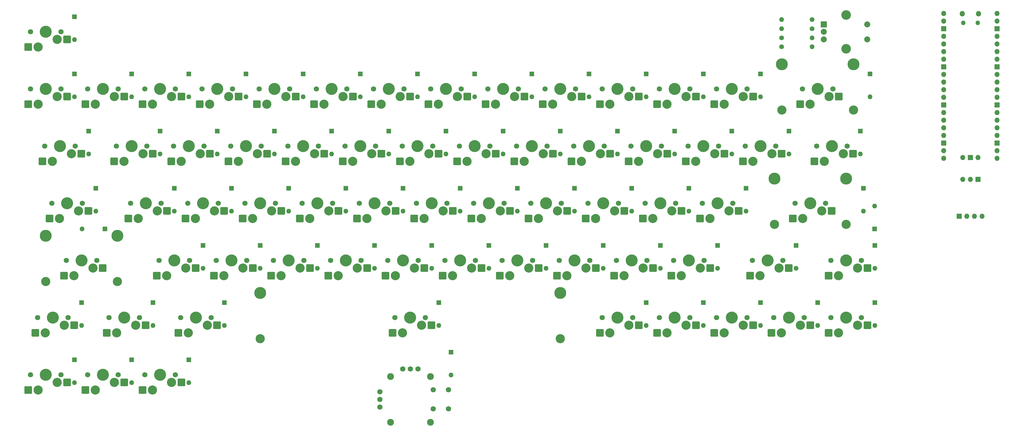
<source format=gbr>
%TF.GenerationSoftware,KiCad,Pcbnew,(6.0.5)*%
%TF.CreationDate,2022-05-29T22:26:07-04:00*%
%TF.ProjectId,pico_keyboard_v1,7069636f-5f6b-4657-9962-6f6172645f76,rev?*%
%TF.SameCoordinates,Original*%
%TF.FileFunction,Soldermask,Bot*%
%TF.FilePolarity,Negative*%
%FSLAX46Y46*%
G04 Gerber Fmt 4.6, Leading zero omitted, Abs format (unit mm)*
G04 Created by KiCad (PCBNEW (6.0.5)) date 2022-05-29 22:26:07*
%MOMM*%
%LPD*%
G01*
G04 APERTURE LIST*
G04 Aperture macros list*
%AMRoundRect*
0 Rectangle with rounded corners*
0 $1 Rounding radius*
0 $2 $3 $4 $5 $6 $7 $8 $9 X,Y pos of 4 corners*
0 Add a 4 corners polygon primitive as box body*
4,1,4,$2,$3,$4,$5,$6,$7,$8,$9,$2,$3,0*
0 Add four circle primitives for the rounded corners*
1,1,$1+$1,$2,$3*
1,1,$1+$1,$4,$5*
1,1,$1+$1,$6,$7*
1,1,$1+$1,$8,$9*
0 Add four rect primitives between the rounded corners*
20,1,$1+$1,$2,$3,$4,$5,0*
20,1,$1+$1,$4,$5,$6,$7,0*
20,1,$1+$1,$6,$7,$8,$9,0*
20,1,$1+$1,$8,$9,$2,$3,0*%
G04 Aperture macros list end*
%ADD10O,1.600000X1.600000*%
%ADD11C,1.600000*%
%ADD12C,1.750000*%
%ADD13C,3.050000*%
%ADD14C,4.000000*%
%ADD15RoundRect,0.250000X1.025000X1.000000X-1.025000X1.000000X-1.025000X-1.000000X1.025000X-1.000000X0*%
%ADD16C,3.048000*%
%ADD17C,3.987800*%
%ADD18O,1.500000X1.500000*%
%ADD19O,1.800000X1.800000*%
%ADD20O,1.700000X1.700000*%
%ADD21R,1.700000X1.700000*%
%ADD22R,2.000000X2.000000*%
%ADD23C,2.000000*%
%ADD24C,3.200000*%
%ADD25C,1.778000*%
%ADD26C,2.286000*%
%ADD27R,1.600000X1.600000*%
G04 APERTURE END LIST*
D10*
%TO.C,R1*%
X303770000Y-94980000D03*
D11*
X293610000Y-94980000D03*
%TD*%
%TO.C,R2*%
X293610000Y-91970000D03*
D10*
X303770000Y-91970000D03*
%TD*%
D11*
%TO.C,R4*%
X303770000Y-88960000D03*
D10*
X293610000Y-88960000D03*
%TD*%
D11*
%TO.C,R3*%
X303770000Y-85920000D03*
D10*
X293610000Y-85920000D03*
%TD*%
D12*
%TO.C,SW68*%
X43295000Y-89990000D03*
D13*
X52185000Y-92530000D03*
D12*
X53455000Y-89990000D03*
D13*
X45835000Y-95070000D03*
D14*
X48375000Y-89990000D03*
D15*
X55460000Y-92530000D03*
X42533000Y-95070000D03*
%TD*%
D12*
%TO.C,SW41*%
X195695000Y-109040000D03*
D13*
X204585000Y-111580000D03*
D14*
X200775000Y-109040000D03*
D12*
X205855000Y-109040000D03*
D13*
X198235000Y-114120000D03*
D15*
X207860000Y-111580000D03*
X194933000Y-114120000D03*
%TD*%
D13*
%TO.C,SW57*%
X271260000Y-130630000D03*
D12*
X262370000Y-128090000D03*
D13*
X264910000Y-133170000D03*
D12*
X272530000Y-128090000D03*
D14*
X267450000Y-128090000D03*
D15*
X274535000Y-130630000D03*
X261608000Y-133170000D03*
%TD*%
D13*
%TO.C,SW24*%
X142672499Y-149680000D03*
D12*
X143942499Y-147140000D03*
D14*
X138862499Y-147140000D03*
D13*
X136322499Y-152220000D03*
D12*
X133782499Y-147140000D03*
D15*
X145947499Y-149680000D03*
X133020499Y-152220000D03*
%TD*%
D14*
%TO.C,SW48*%
X234112500Y-147140000D03*
D13*
X237922500Y-149680000D03*
D12*
X229032500Y-147140000D03*
X239192500Y-147140000D03*
D13*
X231572500Y-152220000D03*
D15*
X241197500Y-149680000D03*
X228270500Y-152220000D03*
%TD*%
D12*
%TO.C,SW59*%
X283801250Y-166190000D03*
D14*
X288881250Y-166190000D03*
D13*
X286341250Y-171270000D03*
D12*
X293961250Y-166190000D03*
D13*
X292691250Y-168730000D03*
D15*
X295966250Y-168730000D03*
X283039250Y-171270000D03*
%TD*%
D12*
%TO.C,SW60*%
X271895000Y-185240000D03*
D14*
X276975000Y-185240000D03*
D13*
X280785000Y-187780000D03*
D12*
X282055000Y-185240000D03*
D13*
X274435000Y-190320000D03*
D15*
X284060000Y-187780000D03*
X271133000Y-190320000D03*
%TD*%
D16*
%TO.C,REF\u002A\u002A*%
X293612000Y-116025000D03*
X317488000Y-116025000D03*
D17*
X317488000Y-100815000D03*
X293612000Y-100815000D03*
%TD*%
D14*
%TO.C,SW53*%
X253162500Y-147140000D03*
D12*
X248082500Y-147140000D03*
D13*
X250622500Y-152220000D03*
X256972500Y-149680000D03*
D12*
X258242500Y-147140000D03*
D15*
X260247500Y-149680000D03*
X247320500Y-152220000D03*
%TD*%
D14*
%TO.C,SW31*%
X169818750Y-185240000D03*
D13*
X167278750Y-190320000D03*
D12*
X164738750Y-185240000D03*
D13*
X173628750Y-187780000D03*
D12*
X174898750Y-185240000D03*
D15*
X176903750Y-187780000D03*
X163976750Y-190320000D03*
%TD*%
D13*
%TO.C,SW7*%
X71235000Y-111580000D03*
D12*
X62345000Y-109040000D03*
X72505000Y-109040000D03*
D14*
X67425000Y-109040000D03*
D13*
X64885000Y-114120000D03*
D15*
X74510000Y-111580000D03*
X61583000Y-114120000D03*
%TD*%
D12*
%TO.C,SW15*%
X105207500Y-166190000D03*
X115367500Y-166190000D03*
D14*
X110287500Y-166190000D03*
D13*
X114097500Y-168730000D03*
X107747500Y-171270000D03*
D15*
X117372500Y-168730000D03*
X104445500Y-171270000D03*
%TD*%
D18*
%TO.C,U2*%
X358915000Y-87035000D03*
D19*
X359215000Y-84005000D03*
D18*
X354065000Y-87035000D03*
D19*
X353765000Y-84005000D03*
D20*
X347600000Y-83875000D03*
X347600000Y-86415000D03*
D21*
X347600000Y-88955000D03*
D20*
X347600000Y-91495000D03*
X347600000Y-94035000D03*
X347600000Y-96575000D03*
X347600000Y-99115000D03*
D21*
X347600000Y-101655000D03*
D20*
X347600000Y-104195000D03*
X347600000Y-106735000D03*
X347600000Y-109275000D03*
X347600000Y-111815000D03*
D21*
X347600000Y-114355000D03*
D20*
X347600000Y-116895000D03*
X347600000Y-119435000D03*
X347600000Y-121975000D03*
X347600000Y-124515000D03*
D21*
X347600000Y-127055000D03*
D20*
X347600000Y-129595000D03*
X347600000Y-132135000D03*
X365380000Y-132135000D03*
X365380000Y-129595000D03*
D21*
X365380000Y-127055000D03*
D20*
X365380000Y-124515000D03*
X365380000Y-121975000D03*
X365380000Y-119435000D03*
X365380000Y-116895000D03*
D21*
X365380000Y-114355000D03*
D20*
X365380000Y-111815000D03*
X365380000Y-109275000D03*
X365380000Y-106735000D03*
X365380000Y-104195000D03*
D21*
X365380000Y-101655000D03*
D20*
X365380000Y-99115000D03*
X365380000Y-96575000D03*
X365380000Y-94035000D03*
X365380000Y-91495000D03*
D21*
X365380000Y-88955000D03*
D20*
X365380000Y-86415000D03*
X365380000Y-83875000D03*
X353950000Y-131905000D03*
D21*
X356490000Y-131905000D03*
D20*
X359030000Y-131905000D03*
%TD*%
D12*
%TO.C,SW54*%
X267767500Y-166190000D03*
D13*
X260147500Y-171270000D03*
D14*
X262687500Y-166190000D03*
D13*
X266497500Y-168730000D03*
D12*
X257607500Y-166190000D03*
D15*
X269772500Y-168730000D03*
X256845500Y-171270000D03*
%TD*%
D14*
%TO.C,SW50*%
X257925000Y-185240000D03*
D12*
X252845000Y-185240000D03*
D13*
X255385000Y-190320000D03*
D12*
X263005000Y-185240000D03*
D13*
X261735000Y-187780000D03*
D15*
X265010000Y-187780000D03*
X252083000Y-190320000D03*
%TD*%
D13*
%TO.C,SW32*%
X166484999Y-111580000D03*
D14*
X162674999Y-109040000D03*
D12*
X157594999Y-109040000D03*
D13*
X160134999Y-114120000D03*
D12*
X167754999Y-109040000D03*
D15*
X169759999Y-111580000D03*
X156832999Y-114120000D03*
%TD*%
D12*
%TO.C,SW46*%
X214745000Y-109040000D03*
D13*
X217285000Y-114120000D03*
D12*
X224905000Y-109040000D03*
D13*
X223635000Y-111580000D03*
D14*
X219825000Y-109040000D03*
D15*
X226910000Y-111580000D03*
X213983000Y-114120000D03*
%TD*%
D13*
%TO.C,SW69*%
X318885000Y-187780000D03*
D14*
X315075000Y-185240000D03*
D12*
X309995000Y-185240000D03*
D13*
X312535000Y-190320000D03*
D12*
X320155000Y-185240000D03*
D15*
X322160000Y-187780000D03*
X309233000Y-190320000D03*
%TD*%
D16*
%TO.C,REF\u002A\u002A*%
X315106750Y-154125000D03*
X291230750Y-154125000D03*
D17*
X291230750Y-138915000D03*
X315106750Y-138915000D03*
%TD*%
D13*
%TO.C,SW2*%
X45835000Y-114120000D03*
D12*
X43295000Y-109040000D03*
X53455000Y-109040000D03*
D13*
X52185000Y-111580000D03*
D14*
X48375000Y-109040000D03*
D15*
X55460000Y-111580000D03*
X42533000Y-114120000D03*
%TD*%
D14*
%TO.C,SW29*%
X157912499Y-147140000D03*
D12*
X152832499Y-147140000D03*
X162992499Y-147140000D03*
D13*
X155372499Y-152220000D03*
X161722499Y-149680000D03*
D15*
X164997499Y-149680000D03*
X152070499Y-152220000D03*
%TD*%
D13*
%TO.C,SW16*%
X95841250Y-190320000D03*
D12*
X103461250Y-185240000D03*
X93301250Y-185240000D03*
D14*
X98381250Y-185240000D03*
D13*
X102191250Y-187780000D03*
D15*
X105466250Y-187780000D03*
X92539250Y-190320000D03*
%TD*%
D13*
%TO.C,SW63*%
X306978750Y-149680000D03*
X300628750Y-152220000D03*
D14*
X303168750Y-147140000D03*
D12*
X308248750Y-147140000D03*
X298088750Y-147140000D03*
D15*
X310253750Y-149680000D03*
X297326750Y-152220000D03*
%TD*%
D16*
%TO.C,REF\u002A\u002A*%
X119818750Y-192225000D03*
D17*
X119818750Y-177015000D03*
X219818750Y-177015000D03*
D16*
X219818750Y-192225000D03*
%TD*%
D14*
%TO.C,SW12*%
X86475000Y-109040000D03*
D12*
X81395000Y-109040000D03*
D13*
X83935000Y-114120000D03*
X90285000Y-111580000D03*
D12*
X91555000Y-109040000D03*
D15*
X93560000Y-111580000D03*
X80633000Y-114120000D03*
%TD*%
D22*
%TO.C,SW1*%
X307595000Y-87509999D03*
D23*
X307595000Y-92509999D03*
X307595000Y-90009999D03*
D24*
X315095000Y-84409999D03*
X315095000Y-95609999D03*
D23*
X322095000Y-92509999D03*
X322095000Y-87509999D03*
%TD*%
D13*
%TO.C,SW64*%
X318885000Y-168730000D03*
D12*
X320155000Y-166190000D03*
X309995000Y-166190000D03*
D13*
X312535000Y-171270000D03*
D14*
X315075000Y-166190000D03*
D15*
X322160000Y-168730000D03*
X309233000Y-171270000D03*
%TD*%
D14*
%TO.C,SW36*%
X86475000Y-204290000D03*
D12*
X81395000Y-204290000D03*
D13*
X90285000Y-206830000D03*
X83935000Y-209370000D03*
D12*
X91555000Y-204290000D03*
D15*
X93560000Y-206830000D03*
X80633000Y-209370000D03*
%TD*%
D12*
%TO.C,SW13*%
X101080000Y-128090000D03*
D13*
X99810000Y-130630000D03*
D14*
X96000000Y-128090000D03*
D12*
X90920000Y-128090000D03*
D13*
X93460000Y-133170000D03*
D15*
X103085000Y-130630000D03*
X90158000Y-133170000D03*
%TD*%
D14*
%TO.C,SW10*%
X91237500Y-166190000D03*
D12*
X86157500Y-166190000D03*
D13*
X88697500Y-171270000D03*
D12*
X96317500Y-166190000D03*
D13*
X95047500Y-168730000D03*
D15*
X98322500Y-168730000D03*
X85395500Y-171270000D03*
%TD*%
D12*
%TO.C,SW66*%
X300470000Y-109040000D03*
D13*
X303010000Y-114120000D03*
D12*
X310630000Y-109040000D03*
D13*
X309360000Y-111580000D03*
D14*
X305550000Y-109040000D03*
D15*
X312635000Y-111580000D03*
X299708000Y-114120000D03*
%TD*%
D12*
%TO.C,SW42*%
X215380000Y-128090000D03*
D13*
X214110000Y-130630000D03*
D12*
X205220000Y-128090000D03*
D14*
X210300000Y-128090000D03*
D13*
X207760000Y-133170000D03*
D15*
X217385000Y-130630000D03*
X204458000Y-133170000D03*
%TD*%
D13*
%TO.C,SW65*%
X293485000Y-190320000D03*
X299835000Y-187780000D03*
D12*
X301105000Y-185240000D03*
D14*
X296025000Y-185240000D03*
D12*
X290945000Y-185240000D03*
D15*
X303110000Y-187780000D03*
X290183000Y-190320000D03*
%TD*%
D13*
%TO.C,SW61*%
X274435000Y-114120000D03*
D12*
X282055000Y-109040000D03*
X271895000Y-109040000D03*
D13*
X280785000Y-111580000D03*
D14*
X276975000Y-109040000D03*
D15*
X284060000Y-111580000D03*
X271133000Y-114120000D03*
%TD*%
D12*
%TO.C,SW3*%
X48057500Y-128090000D03*
D13*
X50597500Y-133170000D03*
X56947500Y-130630000D03*
D12*
X58217500Y-128090000D03*
D14*
X53137500Y-128090000D03*
D15*
X60222500Y-130630000D03*
X47295500Y-133170000D03*
%TD*%
D13*
%TO.C,SW26*%
X71235000Y-206830000D03*
X64885000Y-209370000D03*
D12*
X72505000Y-204290000D03*
X62345000Y-204290000D03*
D14*
X67425000Y-204290000D03*
D15*
X74510000Y-206830000D03*
X61583000Y-209370000D03*
%TD*%
D13*
%TO.C,SW30*%
X171247500Y-168730000D03*
D14*
X167437500Y-166190000D03*
D13*
X164897500Y-171270000D03*
D12*
X172517500Y-166190000D03*
X162357500Y-166190000D03*
D15*
X174522500Y-168730000D03*
X161595500Y-171270000D03*
%TD*%
D12*
%TO.C,SW9*%
X76632500Y-147140000D03*
D13*
X85522500Y-149680000D03*
D14*
X81712500Y-147140000D03*
D13*
X79172500Y-152220000D03*
D12*
X86792500Y-147140000D03*
D15*
X88797500Y-149680000D03*
X75870500Y-152220000D03*
%TD*%
D12*
%TO.C,SW56*%
X263005000Y-109040000D03*
X252845000Y-109040000D03*
D14*
X257925000Y-109040000D03*
D13*
X261735000Y-111580000D03*
X255385000Y-114120000D03*
D15*
X265010000Y-111580000D03*
X252083000Y-114120000D03*
%TD*%
D14*
%TO.C,SW28*%
X153150000Y-128090000D03*
D12*
X148070000Y-128090000D03*
X158230000Y-128090000D03*
D13*
X156960000Y-130630000D03*
X150610000Y-133170000D03*
D15*
X160235000Y-130630000D03*
X147308000Y-133170000D03*
%TD*%
D13*
%TO.C,SW19*%
X117272499Y-152220000D03*
D14*
X119812499Y-147140000D03*
D12*
X114732499Y-147140000D03*
D13*
X123622499Y-149680000D03*
D12*
X124892499Y-147140000D03*
D15*
X126897499Y-149680000D03*
X113970499Y-152220000D03*
%TD*%
D12*
%TO.C,SW44*%
X229667500Y-166190000D03*
D13*
X228397500Y-168730000D03*
D12*
X219507500Y-166190000D03*
D13*
X222047500Y-171270000D03*
D14*
X224587500Y-166190000D03*
D15*
X231672500Y-168730000D03*
X218745500Y-171270000D03*
%TD*%
D12*
%TO.C,SW35*%
X191567500Y-166190000D03*
D13*
X183947500Y-171270000D03*
X190297500Y-168730000D03*
D12*
X181407500Y-166190000D03*
D14*
X186487500Y-166190000D03*
D15*
X193572500Y-168730000D03*
X180645500Y-171270000D03*
%TD*%
D12*
%TO.C,SW43*%
X220142500Y-147140000D03*
D13*
X218872500Y-149680000D03*
X212522500Y-152220000D03*
D14*
X215062500Y-147140000D03*
D12*
X209982500Y-147140000D03*
D15*
X222147500Y-149680000D03*
X209220500Y-152220000D03*
%TD*%
D12*
%TO.C,SW8*%
X82030000Y-128090000D03*
D13*
X74410000Y-133170000D03*
X80760000Y-130630000D03*
D14*
X76950000Y-128090000D03*
D12*
X71870000Y-128090000D03*
D15*
X84035000Y-130630000D03*
X71108000Y-133170000D03*
%TD*%
D13*
%TO.C,SW18*%
X112510000Y-133170000D03*
X118860000Y-130630000D03*
D12*
X120130000Y-128090000D03*
X109970000Y-128090000D03*
D14*
X115050000Y-128090000D03*
D15*
X122135000Y-130630000D03*
X109208000Y-133170000D03*
%TD*%
D13*
%TO.C,SW34*%
X174422499Y-152220000D03*
D12*
X171882499Y-147140000D03*
X182042499Y-147140000D03*
D14*
X176962499Y-147140000D03*
D13*
X180772499Y-149680000D03*
D15*
X184047499Y-149680000D03*
X171120499Y-152220000D03*
%TD*%
D14*
%TO.C,SW40*%
X205537500Y-166190000D03*
D12*
X210617500Y-166190000D03*
D13*
X209347500Y-168730000D03*
D12*
X200457500Y-166190000D03*
D13*
X202997500Y-171270000D03*
D15*
X212622500Y-168730000D03*
X199695500Y-171270000D03*
%TD*%
D14*
%TO.C,SW4*%
X55518750Y-147140000D03*
D12*
X50438750Y-147140000D03*
D13*
X52978750Y-152220000D03*
X59328750Y-149680000D03*
D12*
X60598750Y-147140000D03*
D15*
X62603750Y-149680000D03*
X49676750Y-152220000D03*
%TD*%
D13*
%TO.C,SW49*%
X241097500Y-171270000D03*
D12*
X238557500Y-166190000D03*
D14*
X243637500Y-166190000D03*
D12*
X248717500Y-166190000D03*
D13*
X247447500Y-168730000D03*
D15*
X250722500Y-168730000D03*
X237795500Y-171270000D03*
%TD*%
D14*
%TO.C,SW45*%
X238875000Y-185240000D03*
D13*
X242685000Y-187780000D03*
D12*
X233795000Y-185240000D03*
X243955000Y-185240000D03*
D13*
X236335000Y-190320000D03*
D15*
X245960000Y-187780000D03*
X233033000Y-190320000D03*
%TD*%
D21*
%TO.C,J1*%
X352730000Y-151425000D03*
D20*
X355270000Y-151425000D03*
X357810000Y-151425000D03*
X360350000Y-151425000D03*
%TD*%
D12*
%TO.C,SW58*%
X267132500Y-147140000D03*
D13*
X269672500Y-152220000D03*
D12*
X277292500Y-147140000D03*
D13*
X276022500Y-149680000D03*
D14*
X272212500Y-147140000D03*
D15*
X279297500Y-149680000D03*
X266370500Y-152220000D03*
%TD*%
D13*
%TO.C,SW22*%
X128385000Y-111580000D03*
D14*
X124575000Y-109040000D03*
D12*
X129655000Y-109040000D03*
D13*
X122035000Y-114120000D03*
D12*
X119495000Y-109040000D03*
D15*
X131660000Y-111580000D03*
X118733000Y-114120000D03*
%TD*%
D13*
%TO.C,SW23*%
X131560000Y-133170000D03*
X137910000Y-130630000D03*
D12*
X139180000Y-128090000D03*
D14*
X134100000Y-128090000D03*
D12*
X129020000Y-128090000D03*
D15*
X141185000Y-130630000D03*
X128258000Y-133170000D03*
%TD*%
D14*
%TO.C,SW21*%
X48375000Y-204290000D03*
D12*
X43295000Y-204290000D03*
D13*
X45835000Y-209370000D03*
D12*
X53455000Y-204290000D03*
D13*
X52185000Y-206830000D03*
D15*
X55460000Y-206830000D03*
X42533000Y-209370000D03*
%TD*%
D12*
%TO.C,SW51*%
X233795000Y-109040000D03*
D13*
X242685000Y-111580000D03*
D14*
X238875000Y-109040000D03*
D12*
X243955000Y-109040000D03*
D13*
X236335000Y-114120000D03*
D15*
X245960000Y-111580000D03*
X233033000Y-114120000D03*
%TD*%
D13*
%TO.C,SW67*%
X314122500Y-130630000D03*
D12*
X315392500Y-128090000D03*
D13*
X307772500Y-133170000D03*
D12*
X305232500Y-128090000D03*
D14*
X310312500Y-128090000D03*
D15*
X317397500Y-130630000D03*
X304470500Y-133170000D03*
%TD*%
D13*
%TO.C,SW5*%
X64091250Y-168730000D03*
D12*
X65361250Y-166190000D03*
X55201250Y-166190000D03*
D13*
X57741250Y-171270000D03*
D14*
X60281250Y-166190000D03*
D15*
X67366250Y-168730000D03*
X54439250Y-171270000D03*
%TD*%
D12*
%TO.C,SW11*%
X79648750Y-185240000D03*
D14*
X74568750Y-185240000D03*
D13*
X72028750Y-190320000D03*
X78378750Y-187780000D03*
D12*
X69488750Y-185240000D03*
D15*
X81653750Y-187780000D03*
X68726750Y-190320000D03*
%TD*%
D21*
%TO.C,J2*%
X359025000Y-139185000D03*
D20*
X356485000Y-139185000D03*
X353945000Y-139185000D03*
%TD*%
D12*
%TO.C,SW38*%
X186170000Y-128090000D03*
D14*
X191250000Y-128090000D03*
D13*
X195060000Y-130630000D03*
X188710000Y-133170000D03*
D12*
X196330000Y-128090000D03*
D15*
X198335000Y-130630000D03*
X185408000Y-133170000D03*
%TD*%
D25*
%TO.C,U1*%
X182600000Y-209283719D03*
X182600000Y-215633719D03*
X177520000Y-209283719D03*
X177520000Y-215633719D03*
X159740000Y-209918719D03*
X159740000Y-212458719D03*
X159740000Y-214998719D03*
D26*
X176567500Y-204838719D03*
X163232500Y-204838719D03*
X163232500Y-220078719D03*
X176567500Y-220078719D03*
D25*
X172440000Y-202298719D03*
X169900000Y-202298719D03*
X167360000Y-202298719D03*
%TD*%
D17*
%TO.C,REF\u002A\u002A*%
X48343250Y-157965000D03*
D16*
X48343250Y-173175000D03*
D17*
X72219250Y-157965000D03*
D16*
X72219250Y-173175000D03*
%TD*%
D14*
%TO.C,SW47*%
X229350000Y-128090000D03*
D13*
X233160000Y-130630000D03*
D12*
X224270000Y-128090000D03*
D13*
X226810000Y-133170000D03*
D12*
X234430000Y-128090000D03*
D15*
X236435000Y-130630000D03*
X223508000Y-133170000D03*
%TD*%
D14*
%TO.C,SW27*%
X143624999Y-109040000D03*
D13*
X141084999Y-114120000D03*
D12*
X148704999Y-109040000D03*
D13*
X147434999Y-111580000D03*
D12*
X138544999Y-109040000D03*
D15*
X150709999Y-111580000D03*
X137782999Y-114120000D03*
%TD*%
D12*
%TO.C,SW33*%
X167120000Y-128090000D03*
D13*
X169660000Y-133170000D03*
D14*
X172200000Y-128090000D03*
D13*
X176010000Y-130630000D03*
D12*
X177280000Y-128090000D03*
D15*
X179285000Y-130630000D03*
X166358000Y-133170000D03*
%TD*%
D13*
%TO.C,SW62*%
X283960000Y-133170000D03*
D12*
X281420000Y-128090000D03*
D14*
X286500000Y-128090000D03*
D13*
X290310000Y-130630000D03*
D12*
X291580000Y-128090000D03*
D15*
X293585000Y-130630000D03*
X280658000Y-133170000D03*
%TD*%
D14*
%TO.C,SW52*%
X248400000Y-128090000D03*
D13*
X245860000Y-133170000D03*
X252210000Y-130630000D03*
D12*
X253480000Y-128090000D03*
X243320000Y-128090000D03*
D15*
X255485000Y-130630000D03*
X242558000Y-133170000D03*
%TD*%
D14*
%TO.C,SW37*%
X181725000Y-109040000D03*
D12*
X176645000Y-109040000D03*
D13*
X179185000Y-114120000D03*
X185535000Y-111580000D03*
D12*
X186805000Y-109040000D03*
D15*
X188810000Y-111580000D03*
X175883000Y-114120000D03*
%TD*%
D13*
%TO.C,SW6*%
X54566250Y-187780000D03*
D12*
X55836250Y-185240000D03*
D13*
X48216250Y-190320000D03*
D12*
X45676250Y-185240000D03*
D14*
X50756250Y-185240000D03*
D15*
X57841250Y-187780000D03*
X44914250Y-190320000D03*
%TD*%
D12*
%TO.C,SW25*%
X143307500Y-166190000D03*
X153467500Y-166190000D03*
D14*
X148387500Y-166190000D03*
D13*
X145847500Y-171270000D03*
X152197500Y-168730000D03*
D15*
X155472500Y-168730000D03*
X142545500Y-171270000D03*
%TD*%
D13*
%TO.C,SW14*%
X104572499Y-149680000D03*
D14*
X100762499Y-147140000D03*
D12*
X95682499Y-147140000D03*
X105842499Y-147140000D03*
D13*
X98222499Y-152220000D03*
D15*
X107847499Y-149680000D03*
X94920499Y-152220000D03*
%TD*%
D13*
%TO.C,SW17*%
X102985000Y-114120000D03*
D12*
X100445000Y-109040000D03*
D13*
X109335000Y-111580000D03*
D12*
X110605000Y-109040000D03*
D14*
X105525000Y-109040000D03*
D15*
X112610000Y-111580000D03*
X99683000Y-114120000D03*
%TD*%
D13*
%TO.C,SW39*%
X199822500Y-149680000D03*
X193472500Y-152220000D03*
D12*
X201092500Y-147140000D03*
X190932500Y-147140000D03*
D14*
X196012500Y-147140000D03*
D15*
X203097500Y-149680000D03*
X190170500Y-152220000D03*
%TD*%
D13*
%TO.C,SW20*%
X126797500Y-171270000D03*
D12*
X134417500Y-166190000D03*
D13*
X133147500Y-168730000D03*
D14*
X129337500Y-166190000D03*
D12*
X124257500Y-166190000D03*
D15*
X136422500Y-168730000D03*
X123495500Y-171270000D03*
%TD*%
D27*
%TO.C,D40*%
X205537500Y-142140000D03*
D10*
X205537500Y-149760000D03*
%TD*%
D27*
%TO.C,D5*%
X65043750Y-142140000D03*
D10*
X65043750Y-149760000D03*
%TD*%
D27*
%TO.C,D22*%
X57900000Y-199290000D03*
D10*
X57900000Y-206910000D03*
%TD*%
D27*
%TO.C,D55*%
X272212500Y-161190000D03*
D10*
X272212500Y-168810000D03*
%TD*%
D27*
%TO.C,D63*%
X296025000Y-123090000D03*
D10*
X296025000Y-130710000D03*
%TD*%
D27*
%TO.C,D31*%
X176962500Y-161190000D03*
D10*
X176962500Y-168810000D03*
%TD*%
D27*
%TO.C,D43*%
X219825000Y-123090000D03*
D10*
X219825000Y-130710000D03*
%TD*%
D27*
%TO.C,D18*%
X115050000Y-104040000D03*
D10*
X115050000Y-111660000D03*
%TD*%
D27*
%TO.C,D2*%
X324590000Y-155670000D03*
D10*
X324590000Y-148050000D03*
%TD*%
D27*
%TO.C,D51*%
X267450000Y-180240000D03*
D10*
X267450000Y-187860000D03*
%TD*%
D27*
%TO.C,D12*%
X84093750Y-180240000D03*
D10*
X84093750Y-187860000D03*
%TD*%
D27*
%TO.C,D42*%
X210300000Y-104040000D03*
D10*
X210300000Y-111660000D03*
%TD*%
D27*
%TO.C,D53*%
X257925000Y-123090000D03*
D10*
X257925000Y-130710000D03*
%TD*%
D27*
%TO.C,D58*%
X276975000Y-123090000D03*
D10*
X276975000Y-130710000D03*
%TD*%
D27*
%TO.C,D9*%
X86475000Y-123090000D03*
D10*
X86475000Y-130710000D03*
%TD*%
D27*
%TO.C,D49*%
X243637500Y-142140000D03*
D10*
X243637500Y-149760000D03*
%TD*%
D27*
%TO.C,D7*%
X60281250Y-180240000D03*
D10*
X60281250Y-187860000D03*
%TD*%
D27*
%TO.C,D11*%
X100762500Y-161190000D03*
D10*
X100762500Y-168810000D03*
%TD*%
D27*
%TO.C,D70*%
X324600000Y-180240000D03*
D10*
X324600000Y-187860000D03*
%TD*%
D27*
%TO.C,D25*%
X148387500Y-142140000D03*
D10*
X148387500Y-149760000D03*
%TD*%
D27*
%TO.C,D61*%
X286500000Y-180240000D03*
D10*
X286500000Y-187860000D03*
%TD*%
D27*
%TO.C,D21*%
X138862500Y-161190000D03*
D10*
X138862500Y-168810000D03*
%TD*%
D27*
%TO.C,D6*%
X68120000Y-155720000D03*
D10*
X60500000Y-155720000D03*
%TD*%
D27*
%TO.C,D8*%
X76950000Y-104040000D03*
D10*
X76950000Y-111660000D03*
%TD*%
D27*
%TO.C,D52*%
X248400000Y-104040000D03*
D10*
X248400000Y-111660000D03*
%TD*%
D27*
%TO.C,D27*%
X76950000Y-199290000D03*
D10*
X76950000Y-206910000D03*
%TD*%
D27*
%TO.C,D36*%
X196012500Y-161190000D03*
D10*
X196012500Y-168810000D03*
%TD*%
D27*
%TO.C,D69*%
X57900000Y-84990000D03*
D10*
X57900000Y-92610000D03*
%TD*%
D27*
%TO.C,D1*%
X183380000Y-196770000D03*
D10*
X183380000Y-204390000D03*
%TD*%
D27*
%TO.C,D68*%
X319837500Y-123090000D03*
D10*
X319837500Y-130710000D03*
%TD*%
D27*
%TO.C,D13*%
X96000000Y-104040000D03*
D10*
X96000000Y-111660000D03*
%TD*%
D27*
%TO.C,D50*%
X253162500Y-161190000D03*
D10*
X253162500Y-168810000D03*
%TD*%
D27*
%TO.C,D28*%
X153150000Y-104040000D03*
D10*
X153150000Y-111660000D03*
%TD*%
D27*
%TO.C,D26*%
X157912500Y-161190000D03*
D10*
X157912500Y-168810000D03*
%TD*%
D27*
%TO.C,D46*%
X248400000Y-180240000D03*
D10*
X248400000Y-187860000D03*
%TD*%
D27*
%TO.C,D34*%
X181725000Y-123090000D03*
D10*
X181725000Y-130710000D03*
%TD*%
D27*
%TO.C,D17*%
X107906250Y-180240000D03*
D10*
X107906250Y-187860000D03*
%TD*%
D27*
%TO.C,D23*%
X134100000Y-104040000D03*
D10*
X134100000Y-111660000D03*
%TD*%
D27*
%TO.C,D24*%
X143625000Y-123090000D03*
D10*
X143625000Y-130710000D03*
%TD*%
D27*
%TO.C,D20*%
X129337500Y-142140000D03*
D10*
X129337500Y-149760000D03*
%TD*%
D27*
%TO.C,D33*%
X172200000Y-104040000D03*
D10*
X172200000Y-111660000D03*
%TD*%
D27*
%TO.C,D64*%
X320830000Y-142140000D03*
D10*
X320830000Y-149760000D03*
%TD*%
D27*
%TO.C,D32*%
X179343750Y-180240000D03*
D10*
X179343750Y-187860000D03*
%TD*%
D27*
%TO.C,D66*%
X305550000Y-180240000D03*
D10*
X305550000Y-187860000D03*
%TD*%
D27*
%TO.C,D44*%
X224587500Y-142140000D03*
D10*
X224587500Y-149760000D03*
%TD*%
D27*
%TO.C,D15*%
X110287500Y-142140000D03*
D10*
X110287500Y-149760000D03*
%TD*%
D27*
%TO.C,D62*%
X286500000Y-104040000D03*
D10*
X286500000Y-111660000D03*
%TD*%
D27*
%TO.C,D67*%
X323070000Y-104060000D03*
D10*
X323070000Y-111680000D03*
%TD*%
D27*
%TO.C,D54*%
X262687500Y-142140000D03*
D10*
X262687500Y-149760000D03*
%TD*%
D27*
%TO.C,D37*%
X96000000Y-199290000D03*
D10*
X96000000Y-206910000D03*
%TD*%
D27*
%TO.C,D14*%
X105525000Y-123090000D03*
D10*
X105525000Y-130710000D03*
%TD*%
D27*
%TO.C,D45*%
X234112500Y-161190000D03*
D10*
X234112500Y-168810000D03*
%TD*%
D27*
%TO.C,D19*%
X124575000Y-123090000D03*
D10*
X124575000Y-130710000D03*
%TD*%
D27*
%TO.C,D41*%
X215062500Y-161190000D03*
D10*
X215062500Y-168810000D03*
%TD*%
D27*
%TO.C,D60*%
X298406250Y-161190000D03*
D10*
X298406250Y-168810000D03*
%TD*%
D27*
%TO.C,D57*%
X267450000Y-104040000D03*
D10*
X267450000Y-111660000D03*
%TD*%
D27*
%TO.C,D35*%
X186487500Y-142140000D03*
D10*
X186487500Y-149760000D03*
%TD*%
D27*
%TO.C,D3*%
X57900000Y-104040000D03*
D10*
X57900000Y-111660000D03*
%TD*%
D27*
%TO.C,D29*%
X162675000Y-123090000D03*
D10*
X162675000Y-130710000D03*
%TD*%
D27*
%TO.C,D59*%
X281737500Y-142140000D03*
D10*
X281737500Y-149760000D03*
%TD*%
D27*
%TO.C,D30*%
X167437499Y-142140000D03*
D10*
X167437499Y-149760000D03*
%TD*%
D27*
%TO.C,D47*%
X229350000Y-104040000D03*
D10*
X229350000Y-111660000D03*
%TD*%
D27*
%TO.C,D16*%
X119812500Y-161190000D03*
D10*
X119812500Y-168810000D03*
%TD*%
D27*
%TO.C,D48*%
X238875000Y-123090000D03*
D10*
X238875000Y-130710000D03*
%TD*%
D27*
%TO.C,D65*%
X324600000Y-161190000D03*
D10*
X324600000Y-168810000D03*
%TD*%
D27*
%TO.C,D39*%
X200775000Y-123090000D03*
D10*
X200775000Y-130710000D03*
%TD*%
D27*
%TO.C,D4*%
X62662500Y-123090000D03*
D10*
X62662500Y-130710000D03*
%TD*%
D27*
%TO.C,D38*%
X191250000Y-104040000D03*
D10*
X191250000Y-111660000D03*
%TD*%
D27*
%TO.C,D10*%
X91237499Y-142140000D03*
D10*
X91237499Y-149760000D03*
%TD*%
M02*

</source>
